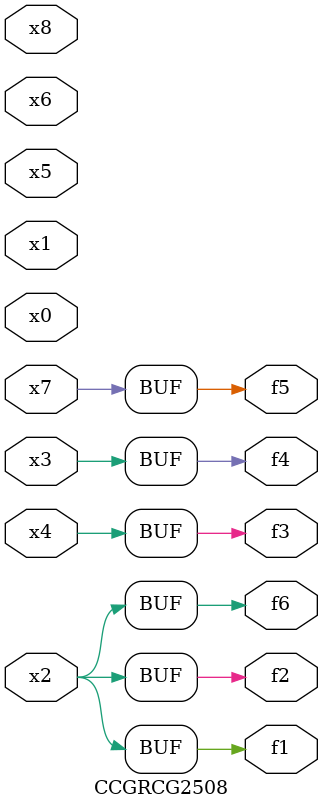
<source format=v>
module CCGRCG2508(
	input x0, x1, x2, x3, x4, x5, x6, x7, x8,
	output f1, f2, f3, f4, f5, f6
);
	assign f1 = x2;
	assign f2 = x2;
	assign f3 = x4;
	assign f4 = x3;
	assign f5 = x7;
	assign f6 = x2;
endmodule

</source>
